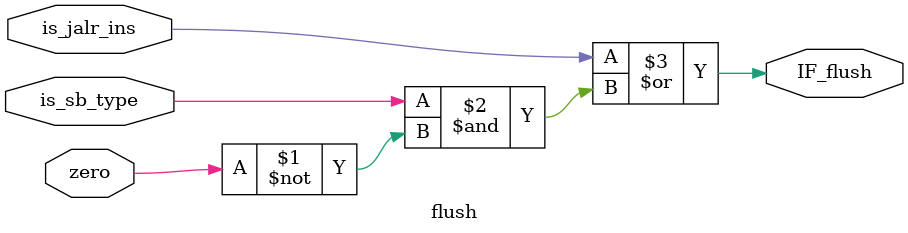
<source format=v>
module flush(
    input is_jalr_ins,
    input is_sb_type,
    input zero,

    output IF_flush
);
    assign IF_flush = is_jalr_ins | is_sb_type & ~zero;
endmodule

</source>
